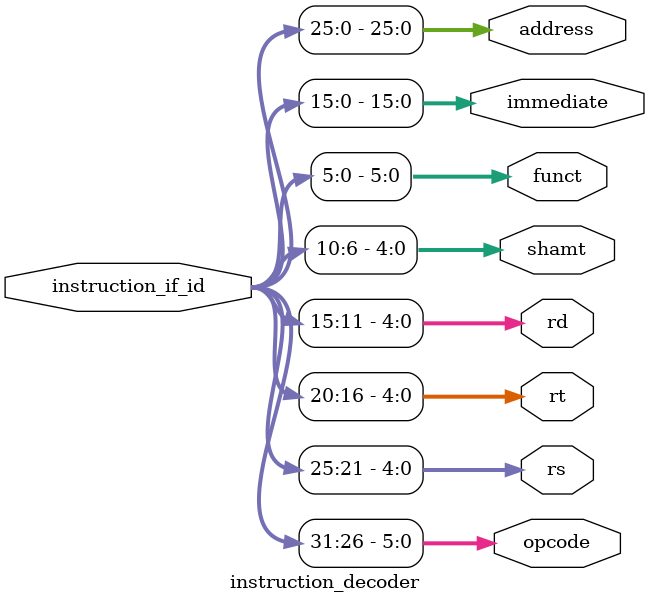
<source format=sv>
`ifndef _instruction_decoder
`define _instruction_decoder

`timescale 1ns / 1ps

module instruction_decoder(
	input wire [31 : 0] instruction_if_id,
	output wire [5 : 0] opcode,
	output wire [4 : 0] rs,
	output wire [4 : 0] rt,
	output wire [4 : 0] rd,
	output wire [4 : 0] shamt,
	output wire [5 : 0] funct,
	output wire [15 : 0 ] immediate,
	output wire [25 : 0 ] address
    );
	
	assign opcode = instruction_if_id[31 : 26];
	assign rs = instruction_if_id[25 : 21];
	assign rt  = instruction_if_id[20 : 16];
	assign rd  = instruction_if_id[15 : 11];
	assign shamt  = instruction_if_id[10 : 6];
	assign funct = instruction_if_id[5 : 0];
	assign immediate = instruction_if_id[15 : 0];
	assign address = instruction_if_id[25 : 0];
endmodule

`endif
</source>
